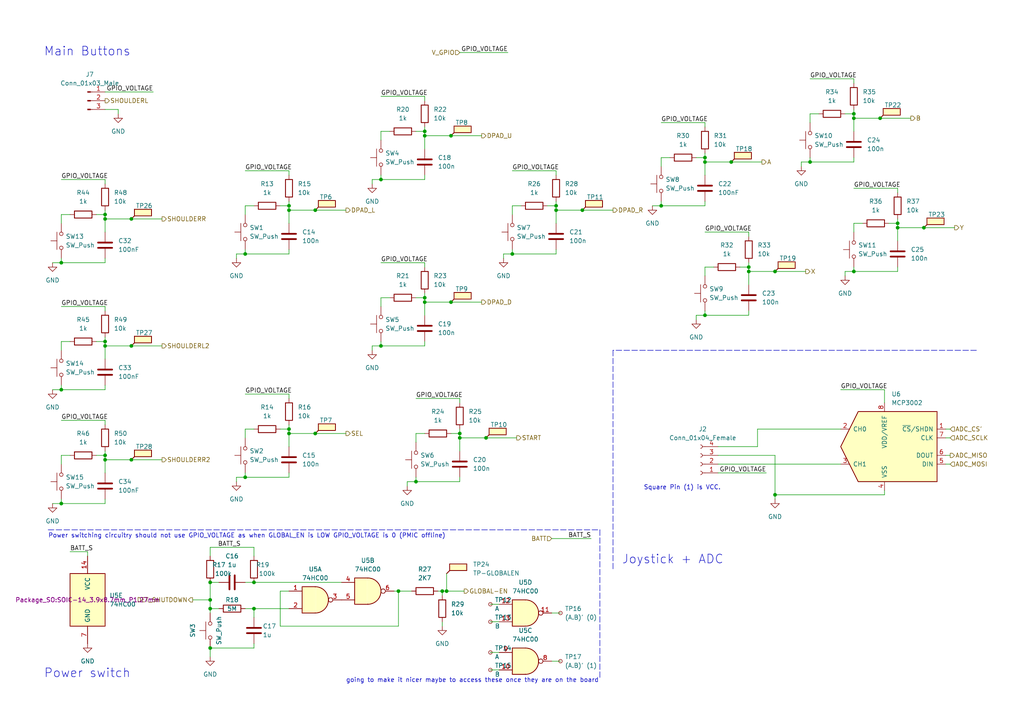
<source format=kicad_sch>
(kicad_sch (version 20211123) (generator eeschema)
  (paper "A4")
  (title_block (date "2022-04-23") (rev "Rev1-Pre") (comment 1 "https://github.com/cinnamondev/gamepithing"))
  (lib_symbols
    (symbol "74xx:74HC00" (pin_names (offset 1.016))
      (property "Reference" "U" (at 0 1.27 0))
      (property "Value" "74HC00" (at 0 -1.27 0))
      (symbol "74HC00_1_1"
        (pin input line (at -7.62 2.54 0) (length 3.81) (name "~") (number "1"))
        (pin input line (at -7.62 -2.54 0) (length 3.81) (name "~") (number "2"))
        (pin output inverted (at 7.62 0 180) (length 3.81) (name "~") (number "3"))
      )
      (symbol "74HC00_1_2"
        (pin input inverted (at -7.62 2.54 0) (length 4.318) (name "~") (number "1"))
        (pin input inverted (at -7.62 -2.54 0) (length 4.318) (name "~") (number "2"))
        (pin output line (at 7.62 0 180) (length 3.81) (name "~") (number "3"))
      )
      (symbol "74HC00_2_1"
        (pin input line (at -7.62 2.54 0) (length 3.81) (name "~") (number "4"))
        (pin input line (at -7.62 -2.54 0) (length 3.81) (name "~") (number "5"))
        (pin output inverted (at 7.62 0 180) (length 3.81) (name "~") (number "6"))
      )
      (symbol "74HC00_2_2"
        (pin input inverted (at -7.62 2.54 0) (length 4.318) (name "~") (number "4"))
        (pin input inverted (at -7.62 -2.54 0) (length 4.318) (name "~") (number "5"))
        (pin output line (at 7.62 0 180) (length 3.81) (name "~") (number "6"))
      )
      (symbol "74HC00_3_1"
        (pin input line (at -7.62 -2.54 0) (length 3.81) (name "~") (number "10"))
        (pin output inverted (at 7.62 0 180) (length 3.81) (name "~") (number "8"))
        (pin input line (at -7.62 2.54 0) (length 3.81) (name "~") (number "9"))
      )
      (symbol "74HC00_3_2"
        (pin input inverted (at -7.62 -2.54 0) (length 4.318) (name "~") (number "10"))
        (pin output line (at 7.62 0 180) (length 3.81) (name "~") (number "8"))
        (pin input inverted (at -7.62 2.54 0) (length 4.318) (name "~") (number "9"))
      )
      (symbol "74HC00_4_1"
        (pin output inverted (at 7.62 0 180) (length 3.81) (name "~") (number "11"))
        (pin input line (at -7.62 2.54 0) (length 3.81) (name "~") (number "12"))
        (pin input line (at -7.62 -2.54 0) (length 3.81) (name "~") (number "13"))
      )
      (symbol "74HC00_4_2"
        (pin output line (at 7.62 0 180) (length 3.81) (name "~") (number "11"))
        (pin input inverted (at -7.62 2.54 0) (length 4.318) (name "~") (number "12"))
        (pin input inverted (at -7.62 -2.54 0) (length 4.318) (name "~") (number "13"))
      )
      (symbol "74HC00_5_0"
        (pin power_in line (at 0 12.7 270) (length 5.08) (name "VCC") (number "14"))
        (pin power_in line (at 0 -12.7 90) (length 5.08) (name "GND") (number "7"))
      )
    )
    (symbol "Analog_ADC:MCP3002" (pin_names (offset 1.016))
      (property "Reference" "U" (at -6.35 11.43 0))
      (property "Value" "MCP3002" (at 11.43 11.43 0))
      (symbol "MCP3002_1_1"
        (pin input line (at 17.78 5.08 180) (length 2.54) (name "~{CS}/SHDN") (number "1"))
        (pin passive line (at -12.7 5.08 0) (length 2.54) (name "CH0") (number "2"))
        (pin passive line (at -12.7 -5.08 0) (length 2.54) (name "CH1") (number "3"))
        (pin power_in line (at 0 -12.7 90) (length 2.54) (name "VSS") (number "4"))
        (pin input line (at 17.78 -5.08 180) (length 2.54) (name "DIN") (number "5"))
        (pin output line (at 17.78 -2.54 180) (length 2.54) (name "DOUT") (number "6"))
        (pin input line (at 17.78 2.54 180) (length 2.54) (name "CLK") (number "7"))
        (pin power_in line (at 0 12.7 270) (length 2.54) (name "VDD/VREF") (number "8"))
      )
    )
    (symbol "Connector:Conn_01x03_Male" (pin_names (offset 1.016) hide)
      (property "Reference" "J" (at 0 5.08 0))
      (property "Value" "Conn_01x03_Male" (at 0 -5.08 0))
      (symbol "Conn_01x03_Male_1_1"
        (pin passive line (at 5.08 2.54 180) (length 3.81) (name "Pin_1") (number "1"))
        (pin passive line (at 5.08 0 180) (length 3.81) (name "Pin_2") (number "2"))
        (pin passive line (at 5.08 -2.54 180) (length 3.81) (name "Pin_3") (number "3"))
      )
    )
    (symbol "Connector:Conn_01x04_Female" (pin_names (offset 1.016) hide)
      (property "Reference" "J" (at 0 5.08 0))
      (property "Value" "Conn_01x04_Female" (at 0 -7.62 0))
      (symbol "Conn_01x04_Female_1_1"
        (pin passive line (at -5.08 2.54 0) (length 3.81) (name "Pin_1") (number "1"))
        (pin passive line (at -5.08 0 0) (length 3.81) (name "Pin_2") (number "2"))
        (pin passive line (at -5.08 -2.54 0) (length 3.81) (name "Pin_3") (number "3"))
        (pin passive line (at -5.08 -5.08 0) (length 3.81) (name "Pin_4") (number "4"))
      )
    )
    (symbol "Connector:TestPoint_Flag" (pin_numbers hide) (pin_names (offset 0.762) hide)
      (property "Reference" "TP" (at 3.429 1.778 0))
      (property "Value" "TestPoint_Flag" (at 3.302 4.191 0))
      (symbol "TestPoint_Flag_1_1"
        (pin passive line (at 0 0 90) (length 0) (name "1") (number "1"))
      )
    )
    (symbol "Connector:TestPoint_Small" (pin_numbers hide) (pin_names (offset 0.762) hide)
      (property "Reference" "TP" (at 0 3.81 0))
      (property "Value" "TestPoint_Small" (at 0 2.032 0))
      (symbol "TestPoint_Small_1_1"
        (pin passive line (at 0 0 90) (length 0) (name "1") (number "1"))
      )
    )
    (symbol "Device:C" (pin_numbers hide) (pin_names (offset 0.254))
      (property "Reference" "C" (at 0.635 2.54 0))
      (property "Value" "C" (at 0.635 -2.54 0))
      (symbol "C_1_1"
        (pin passive line (at 0 3.81 270) (length 2.794) (name "~") (number "1"))
        (pin passive line (at 0 -3.81 90) (length 2.794) (name "~") (number "2"))
      )
    )
    (symbol "Device:R" (pin_numbers hide) (pin_names (offset 0))
      (property "Reference" "R" (at 2.032 0 90))
      (property "Value" "R" (at 0 0 90))
      (symbol "R_1_1"
        (pin passive line (at 0 3.81 270) (length 1.27) (name "~") (number "1"))
        (pin passive line (at 0 -3.81 90) (length 1.27) (name "~") (number "2"))
      )
    )
    (symbol "Switch:SW_Push" (pin_numbers hide) (pin_names (offset 1.016) hide)
      (property "Reference" "SW" (at 1.27 2.54 0))
      (property "Value" "SW_Push" (at 0 -1.524 0))
      (symbol "SW_Push_0_1"
        (pin passive line (at -5.08 0 0) (length 2.54) (name "1") (number "1"))
        (pin passive line (at 5.08 0 180) (length 2.54) (name "2") (number "2"))
      )
    )
    (symbol "power:GND" (power) (pin_names (offset 0))
      (property "Value" "GND" (at 0 -3.81 0))
      (symbol "GND_1_1"
        (pin power_in line (at 0 0 270) (length 0) hide (name "GND") (number "1"))
      )
    )
  )
  (junction (at 204.47 91.44))
  (junction (at 148.59 73.66))
  (junction (at 191.77 59.69))
  (junction (at 130.81 39.37))
  (junction (at 115.57 171.45))
  (junction (at 133.35 125.73))
  (junction (at 91.44 125.73))
  (junction (at 30.48 133.35))
  (junction (at 83.82 124.46))
  (junction (at 123.19 39.37))
  (junction (at 204.47 45.72))
  (junction (at 30.48 100.33))
  (junction (at 17.78 76.2))
  (junction (at 123.19 87.63))
  (junction (at 120.65 139.7))
  (junction (at 71.12 138.43))
  (junction (at 247.65 33.02))
  (junction (at 168.91 60.96))
  (junction (at 71.12 73.66))
  (junction (at 161.29 59.69))
  (junction (at 247.65 34.29))
  (junction (at 212.09 46.99))
  (junction (at 217.17 77.47))
  (junction (at 247.65 78.74))
  (junction (at 110.49 100.33))
  (junction (at 17.78 113.03))
  (junction (at 17.78 146.05))
  (junction (at 267.97 66.04))
  (junction (at 255.27 34.29))
  (junction (at 224.79 78.74))
  (junction (at 161.29 60.96))
  (junction (at 30.48 132.08))
  (junction (at 38.1 100.33))
  (junction (at 204.47 46.99))
  (junction (at 30.48 62.23))
  (junction (at 38.1 133.35))
  (junction (at 110.49 52.07))
  (junction (at 123.19 86.36))
  (junction (at 234.95 46.99))
  (junction (at 60.96 168.91))
  (junction (at 140.97 127))
  (junction (at 83.82 125.73))
  (junction (at 60.96 187.96))
  (junction (at 133.35 127))
  (junction (at 128.27 171.45))
  (junction (at 260.35 66.04))
  (junction (at 30.48 99.06))
  (junction (at 260.35 64.77))
  (junction (at 38.1 63.5))
  (junction (at 130.81 87.63))
  (junction (at 83.82 59.69))
  (junction (at 73.66 176.53))
  (junction (at 73.66 168.91))
  (junction (at 60.96 176.53))
  (junction (at 30.48 63.5))
  (junction (at 83.82 60.96))
  (junction (at 224.79 143.51))
  (junction (at 91.44 60.96))
  (junction (at 123.19 38.1))
  (junction (at 129.54 171.45))
  (junction (at 60.96 173.99))
  (junction (at 217.17 78.74))
  (wire (pts (xy 118.11 139.7) (xy 118.11 140.97)))
  (wire (pts (xy 110.49 27.94) (xy 123.19 27.94)))
  (wire (pts (xy 260.35 54.61) (xy 260.35 55.88)))
  (wire (pts (xy 71.12 124.46) (xy 73.66 124.46)))
  (wire (pts (xy 68.58 73.66) (xy 71.12 73.66)))
  (wire (pts (xy 161.29 60.96) (xy 168.91 60.96)))
  (wire (pts (xy 204.47 46.99) (xy 204.47 50.8)))
  (wire (pts (xy 110.49 50.8) (xy 110.49 52.07)))
  (wire (pts (xy 120.65 86.36) (xy 123.19 86.36)))
  (wire (pts (xy 110.49 40.64) (xy 110.49 38.1)))
  (wire (pts (xy 245.11 78.74) (xy 245.11 80.01)))
  (wire (pts (xy 133.35 115.57) (xy 133.35 116.84)))
  (wire (pts (xy 247.65 64.77) (xy 250.19 64.77)))
  (wire (pts (xy 71.12 168.91) (xy 73.66 168.91)))
  (wire (pts (xy 128.27 171.45) (xy 128.27 172.72)))
  (wire (pts (xy 201.93 45.72) (xy 204.47 45.72)))
  (wire (pts (xy 120.65 139.7) (xy 133.35 139.7)))
  (wire (pts (xy 161.29 49.53) (xy 161.29 50.8)))
  (wire (pts (xy 208.28 137.16) (xy 222.25 137.16)))
  (wire (pts (xy 120.65 128.27) (xy 120.65 125.73)))
  (wire (pts (xy 123.19 86.36) (xy 123.19 87.63)))
  (wire (pts (xy 247.65 78.74) (xy 260.35 78.74)))
  (wire (pts (xy 217.17 90.17) (xy 217.17 91.44)))
  (wire (pts (xy 247.65 34.29) (xy 247.65 38.1)))
  (wire (pts (xy 128.27 171.45) (xy 129.54 171.45)))
  (wire (pts (xy 123.19 38.1) (xy 123.19 36.83)))
  (wire (pts (xy 133.35 15.24) (xy 147.32 15.24)))
  (wire (pts (xy 20.32 160.02) (xy 25.4 160.02)))
  (wire (pts (xy 217.17 78.74) (xy 217.17 82.55)))
  (wire (pts (xy 208.28 134.62) (xy 243.84 134.62)))
  (wire (pts (xy 191.77 35.56) (xy 204.47 35.56)))
  (wire (pts (xy 60.96 168.91) (xy 63.5 168.91)))
  (wire (pts (xy 30.48 100.33) (xy 30.48 104.14)))
  (wire (pts (xy 274.32 132.08) (xy 275.59 132.08)))
  (wire (pts (xy 71.12 176.53) (xy 73.66 176.53)))
  (wire (pts (xy 71.12 72.39) (xy 71.12 73.66)))
  (polyline (pts (xy 173.99 153.67) (xy 173.99 196.85)))
  (wire (pts (xy 107.95 100.33) (xy 107.95 101.6)))
  (wire (pts (xy 83.82 72.39) (xy 83.82 73.66)))
  (wire (pts (xy 247.65 33.02) (xy 247.65 34.29)))
  (wire (pts (xy 30.48 62.23) (xy 30.48 60.96)))
  (wire (pts (xy 201.93 91.44) (xy 204.47 91.44)))
  (wire (pts (xy 73.66 158.75) (xy 73.66 161.29)))
  (wire (pts (xy 160.02 177.8) (xy 162.56 177.8)))
  (wire (pts (xy 60.96 158.75) (xy 73.66 158.75)))
  (wire (pts (xy 256.54 142.24) (xy 256.54 143.51)))
  (wire (pts (xy 123.19 87.63) (xy 123.19 91.44)))
  (wire (pts (xy 160.02 156.21) (xy 171.45 156.21)))
  (wire (pts (xy 83.82 125.73) (xy 83.82 129.54)))
  (wire (pts (xy 257.81 64.77) (xy 260.35 64.77)))
  (wire (pts (xy 17.78 99.06) (xy 20.32 99.06)))
  (wire (pts (xy 60.96 187.96) (xy 73.66 187.96)))
  (wire (pts (xy 71.12 127) (xy 71.12 124.46)))
  (wire (pts (xy 247.65 33.02) (xy 247.65 31.75)))
  (wire (pts (xy 158.75 59.69) (xy 161.29 59.69)))
  (wire (pts (xy 247.65 45.72) (xy 247.65 46.99)))
  (wire (pts (xy 274.32 134.62) (xy 275.59 134.62)))
  (wire (pts (xy 71.12 137.16) (xy 71.12 138.43)))
  (wire (pts (xy 120.65 125.73) (xy 123.19 125.73)))
  (wire (pts (xy 81.28 181.61) (xy 81.28 171.45)))
  (wire (pts (xy 110.49 100.33) (xy 123.19 100.33)))
  (wire (pts (xy 191.77 58.42) (xy 191.77 59.69)))
  (wire (pts (xy 17.78 62.23) (xy 20.32 62.23)))
  (wire (pts (xy 128.27 180.34) (xy 128.27 181.61)))
  (wire (pts (xy 214.63 77.47) (xy 217.17 77.47)))
  (wire (pts (xy 73.66 187.96) (xy 73.66 186.69)))
  (wire (pts (xy 68.58 138.43) (xy 71.12 138.43)))
  (wire (pts (xy 133.35 125.73) (xy 133.35 127)))
  (wire (pts (xy 114.3 171.45) (xy 115.57 171.45)))
  (wire (pts (xy 73.66 168.91) (xy 99.06 168.91)))
  (wire (pts (xy 83.82 60.96) (xy 91.44 60.96)))
  (wire (pts (xy 243.84 113.03) (xy 256.54 113.03)))
  (wire (pts (xy 30.48 121.92) (xy 30.48 123.19)))
  (wire (pts (xy 274.32 124.46) (xy 275.59 124.46)))
  (wire (pts (xy 68.58 73.66) (xy 68.58 74.93)))
  (wire (pts (xy 189.23 59.69) (xy 191.77 59.69)))
  (wire (pts (xy 161.29 72.39) (xy 161.29 73.66)))
  (wire (pts (xy 83.82 49.53) (xy 83.82 50.8)))
  (wire (pts (xy 217.17 78.74) (xy 224.79 78.74)))
  (wire (pts (xy 245.11 78.74) (xy 247.65 78.74)))
  (wire (pts (xy 217.17 77.47) (xy 217.17 78.74)))
  (wire (pts (xy 267.97 66.04) (xy 276.86 66.04)))
  (wire (pts (xy 110.49 88.9) (xy 110.49 86.36)))
  (wire (pts (xy 81.28 171.45) (xy 83.82 171.45)))
  (wire (pts (xy 60.96 176.53) (xy 60.96 177.8)))
  (wire (pts (xy 30.48 133.35) (xy 38.1 133.35)))
  (wire (pts (xy 161.29 60.96) (xy 161.29 64.77)))
  (wire (pts (xy 168.91 60.96) (xy 177.8 60.96)))
  (wire (pts (xy 110.49 52.07) (xy 123.19 52.07)))
  (wire (pts (xy 17.78 144.78) (xy 17.78 146.05)))
  (polyline (pts (xy 283.21 101.6) (xy 177.8 101.6)))
  (wire (pts (xy 234.95 46.99) (xy 247.65 46.99)))
  (wire (pts (xy 260.35 77.47) (xy 260.35 78.74)))
  (wire (pts (xy 123.19 39.37) (xy 123.19 43.18)))
  (wire (pts (xy 55.88 173.99) (xy 60.96 173.99)))
  (wire (pts (xy 71.12 59.69) (xy 73.66 59.69)))
  (wire (pts (xy 34.29 31.75) (xy 34.29 33.02)))
  (wire (pts (xy 38.1 100.33) (xy 46.99 100.33)))
  (wire (pts (xy 27.94 62.23) (xy 30.48 62.23)))
  (wire (pts (xy 60.96 187.96) (xy 60.96 190.5)))
  (wire (pts (xy 146.05 73.66) (xy 146.05 74.93)))
  (wire (pts (xy 234.95 22.86) (xy 247.65 22.86)))
  (wire (pts (xy 30.48 100.33) (xy 38.1 100.33)))
  (wire (pts (xy 140.97 127) (xy 149.86 127)))
  (wire (pts (xy 110.49 99.06) (xy 110.49 100.33)))
  (wire (pts (xy 247.65 67.31) (xy 247.65 64.77)))
  (wire (pts (xy 30.48 26.67) (xy 44.45 26.67)))
  (wire (pts (xy 142.24 175.26) (xy 144.78 175.26)))
  (wire (pts (xy 204.47 91.44) (xy 217.17 91.44)))
  (wire (pts (xy 204.47 67.31) (xy 217.17 67.31)))
  (wire (pts (xy 224.79 78.74) (xy 233.68 78.74)))
  (wire (pts (xy 224.79 143.51) (xy 224.79 132.08)))
  (wire (pts (xy 219.71 124.46) (xy 243.84 124.46)))
  (wire (pts (xy 204.47 35.56) (xy 204.47 36.83)))
  (wire (pts (xy 15.24 76.2) (xy 17.78 76.2)))
  (wire (pts (xy 204.47 58.42) (xy 204.47 59.69)))
  (wire (pts (xy 129.54 171.45) (xy 134.62 171.45)))
  (wire (pts (xy 30.48 52.07) (xy 30.48 53.34)))
  (wire (pts (xy 146.05 73.66) (xy 148.59 73.66)))
  (wire (pts (xy 217.17 67.31) (xy 217.17 68.58)))
  (wire (pts (xy 260.35 64.77) (xy 260.35 63.5)))
  (wire (pts (xy 133.35 127) (xy 133.35 130.81)))
  (wire (pts (xy 224.79 144.78) (xy 224.79 143.51)))
  (wire (pts (xy 123.19 99.06) (xy 123.19 100.33)))
  (wire (pts (xy 208.28 129.54) (xy 219.71 129.54)))
  (wire (pts (xy 30.48 88.9) (xy 30.48 90.17)))
  (wire (pts (xy 212.09 46.99) (xy 220.98 46.99)))
  (wire (pts (xy 232.41 46.99) (xy 232.41 48.26)))
  (wire (pts (xy 91.44 125.73) (xy 100.33 125.73)))
  (wire (pts (xy 123.19 86.36) (xy 123.19 85.09)))
  (wire (pts (xy 81.28 124.46) (xy 83.82 124.46)))
  (wire (pts (xy 60.96 176.53) (xy 63.5 176.53)))
  (wire (pts (xy 120.65 115.57) (xy 133.35 115.57)))
  (wire (pts (xy 17.78 74.93) (xy 17.78 76.2)))
  (wire (pts (xy 118.11 139.7) (xy 120.65 139.7)))
  (wire (pts (xy 260.35 64.77) (xy 260.35 66.04)))
  (wire (pts (xy 30.48 132.08) (xy 30.48 130.81)))
  (wire (pts (xy 110.49 86.36) (xy 113.03 86.36)))
  (wire (pts (xy 274.32 127) (xy 275.59 127)))
  (wire (pts (xy 204.47 80.01) (xy 204.47 77.47)))
  (wire (pts (xy 204.47 46.99) (xy 212.09 46.99)))
  (wire (pts (xy 148.59 59.69) (xy 151.13 59.69)))
  (wire (pts (xy 142.24 180.34) (xy 144.78 180.34)))
  (wire (pts (xy 201.93 91.44) (xy 201.93 92.71)))
  (wire (pts (xy 91.44 60.96) (xy 100.33 60.96)))
  (wire (pts (xy 27.94 132.08) (xy 30.48 132.08)))
  (wire (pts (xy 133.35 138.43) (xy 133.35 139.7)))
  (wire (pts (xy 83.82 60.96) (xy 83.82 64.77)))
  (wire (pts (xy 217.17 77.47) (xy 217.17 76.2)))
  (wire (pts (xy 161.29 59.69) (xy 161.29 60.96)))
  (wire (pts (xy 81.28 181.61) (xy 115.57 181.61)))
  (wire (pts (xy 260.35 66.04) (xy 260.35 69.85)))
  (wire (pts (xy 204.47 90.17) (xy 204.47 91.44)))
  (wire (pts (xy 17.78 64.77) (xy 17.78 62.23)))
  (wire (pts (xy 130.81 125.73) (xy 133.35 125.73)))
  (wire (pts (xy 38.1 133.35) (xy 46.99 133.35)))
  (wire (pts (xy 107.95 52.07) (xy 107.95 53.34)))
  (wire (pts (xy 160.02 191.77) (xy 162.56 191.77)))
  (wire (pts (xy 219.71 129.54) (xy 219.71 124.46)))
  (wire (pts (xy 120.65 138.43) (xy 120.65 139.7)))
  (wire (pts (xy 120.65 38.1) (xy 123.19 38.1)))
  (wire (pts (xy 224.79 143.51) (xy 256.54 143.51)))
  (wire (pts (xy 17.78 113.03) (xy 30.48 113.03)))
  (wire (pts (xy 260.35 66.04) (xy 267.97 66.04)))
  (wire (pts (xy 30.48 99.06) (xy 30.48 100.33)))
  (wire (pts (xy 83.82 59.69) (xy 83.82 60.96)))
  (polyline (pts (xy 13.97 153.67) (xy 173.99 153.67)))
  (wire (pts (xy 191.77 45.72) (xy 194.31 45.72)))
  (wire (pts (xy 68.58 138.43) (xy 68.58 139.7)))
  (wire (pts (xy 71.12 62.23) (xy 71.12 59.69)))
  (wire (pts (xy 83.82 124.46) (xy 83.82 123.19)))
  (wire (pts (xy 81.28 59.69) (xy 83.82 59.69)))
  (wire (pts (xy 15.24 146.05) (xy 17.78 146.05)))
  (wire (pts (xy 15.24 113.03) (xy 17.78 113.03)))
  (wire (pts (xy 83.82 124.46) (xy 83.82 125.73)))
  (wire (pts (xy 30.48 63.5) (xy 30.48 67.31)))
  (wire (pts (xy 234.95 45.72) (xy 234.95 46.99)))
  (wire (pts (xy 17.78 121.92) (xy 30.48 121.92)))
  (wire (pts (xy 30.48 62.23) (xy 30.48 63.5)))
  (wire (pts (xy 30.48 99.06) (xy 30.48 97.79)))
  (wire (pts (xy 115.57 171.45) (xy 119.38 171.45)))
  (wire (pts (xy 255.27 34.29) (xy 264.16 34.29)))
  (wire (pts (xy 71.12 73.66) (xy 83.82 73.66)))
  (wire (pts (xy 107.95 100.33) (xy 110.49 100.33)))
  (wire (pts (xy 71.12 49.53) (xy 83.82 49.53)))
  (wire (pts (xy 191.77 48.26) (xy 191.77 45.72)))
  (wire (pts (xy 110.49 76.2) (xy 123.19 76.2)))
  (wire (pts (xy 30.48 144.78) (xy 30.48 146.05)))
  (wire (pts (xy 38.1 63.5) (xy 46.99 63.5)))
  (wire (pts (xy 234.95 33.02) (xy 237.49 33.02)))
  (wire (pts (xy 208.28 132.08) (xy 224.79 132.08)))
  (wire (pts (xy 25.4 160.02) (xy 25.4 161.29)))
  (wire (pts (xy 30.48 133.35) (xy 30.48 137.16)))
  (wire (pts (xy 17.78 146.05) (xy 30.48 146.05)))
  (wire (pts (xy 256.54 113.03) (xy 256.54 116.84)))
  (wire (pts (xy 247.65 77.47) (xy 247.65 78.74)))
  (wire (pts (xy 161.29 59.69) (xy 161.29 58.42)))
  (wire (pts (xy 73.66 176.53) (xy 83.82 176.53)))
  (wire (pts (xy 17.78 52.07) (xy 30.48 52.07)))
  (wire (pts (xy 110.49 38.1) (xy 113.03 38.1)))
  (wire (pts (xy 130.81 39.37) (xy 139.7 39.37)))
  (wire (pts (xy 247.65 22.86) (xy 247.65 24.13)))
  (wire (pts (xy 148.59 62.23) (xy 148.59 59.69)))
  (wire (pts (xy 83.82 114.3) (xy 83.82 115.57)))
  (wire (pts (xy 17.78 134.62) (xy 17.78 132.08)))
  (wire (pts (xy 123.19 39.37) (xy 130.81 39.37)))
  (wire (pts (xy 123.19 76.2) (xy 123.19 77.47)))
  (wire (pts (xy 204.47 77.47) (xy 207.01 77.47)))
  (wire (pts (xy 142.24 194.31) (xy 144.78 194.31)))
  (wire (pts (xy 234.95 35.56) (xy 234.95 33.02)))
  (wire (pts (xy 83.82 59.69) (xy 83.82 58.42)))
  (wire (pts (xy 148.59 72.39) (xy 148.59 73.66)))
  (wire (pts (xy 133.35 125.73) (xy 133.35 124.46)))
  (wire (pts (xy 148.59 49.53) (xy 161.29 49.53)))
  (wire (pts (xy 115.57 171.45) (xy 115.57 181.61)))
  (wire (pts (xy 17.78 76.2) (xy 30.48 76.2)))
  (wire (pts (xy 71.12 138.43) (xy 83.82 138.43)))
  (wire (pts (xy 30.48 111.76) (xy 30.48 113.03)))
  (wire (pts (xy 30.48 132.08) (xy 30.48 133.35)))
  (wire (pts (xy 123.19 38.1) (xy 123.19 39.37)))
  (wire (pts (xy 30.48 31.75) (xy 34.29 31.75)))
  (wire (pts (xy 17.78 111.76) (xy 17.78 113.03)))
  (wire (pts (xy 83.82 137.16) (xy 83.82 138.43)))
  (wire (pts (xy 123.19 50.8) (xy 123.19 52.07)))
  (wire (pts (xy 71.12 114.3) (xy 83.82 114.3)))
  (wire (pts (xy 247.65 54.61) (xy 260.35 54.61)))
  (wire (pts (xy 60.96 173.99) (xy 60.96 176.53)))
  (wire (pts (xy 17.78 88.9) (xy 30.48 88.9)))
  (wire (pts (xy 123.19 27.94) (xy 123.19 29.21)))
  (wire (pts (xy 191.77 59.69) (xy 204.47 59.69)))
  (wire (pts (xy 129.54 166.37) (xy 129.54 171.45)))
  (wire (pts (xy 142.24 189.23) (xy 144.78 189.23)))
  (wire (pts (xy 107.95 52.07) (xy 110.49 52.07)))
  (wire (pts (xy 204.47 45.72) (xy 204.47 44.45)))
  (wire (pts (xy 148.59 73.66) (xy 161.29 73.66)))
  (wire (pts (xy 60.96 168.91) (xy 60.96 173.99)))
  (wire (pts (xy 133.35 127) (xy 140.97 127)))
  (wire (pts (xy 27.94 99.06) (xy 30.48 99.06)))
  (wire (pts (xy 60.96 161.29) (xy 60.96 158.75)))
  (wire (pts (xy 232.41 46.99) (xy 234.95 46.99)))
  (wire (pts (xy 30.48 74.93) (xy 30.48 76.2)))
  (wire (pts (xy 127 171.45) (xy 128.27 171.45)))
  (wire (pts (xy 73.66 176.53) (xy 73.66 179.07)))
  (wire (pts (xy 247.65 34.29) (xy 255.27 34.29)))
  (wire (pts (xy 123.19 87.63) (xy 130.81 87.63)))
  (wire (pts (xy 83.82 125.73) (xy 91.44 125.73)))
  (wire (pts (xy 130.81 87.63) (xy 139.7 87.63)))
  (wire (pts (xy 245.11 33.02) (xy 247.65 33.02)))
  (wire (pts (xy 204.47 45.72) (xy 204.47 46.99)))
  (wire (pts (xy 30.48 63.5) (xy 38.1 63.5)))
  (wire (pts (xy 17.78 101.6) (xy 17.78 99.06)))
  (polyline (pts (xy 177.8 101.6) (xy 177.8 165.1)))
  (wire (pts (xy 17.78 132.08) (xy 20.32 132.08)))
  (text "Joystick + ADC" (at 180.34 163.83 0) (effects (font (size 2.54 2.54)) (justify left bottom)))
  (text "going to make it nicer maybe to access these once they are on the board" (at 100.33 198.12 0) (effects (font (size 1.27 1.27)) (justify left bottom)))
  (text "Power switching circuitry should not use GPIO_VOLTAGE as when GLOBAL_EN is LOW GPIO_VOLTAGE is 0 (PMIC offline)" (at 13.97 156.21 0) (effects (font (size 1.27 1.27)) (justify left bottom)))
  (text "Square Pin (1) is VCC.\n" (at 186.69 142.24 0) (effects (font (size 1.27 1.27)) (justify left bottom)))
  (text "Main Buttons" (at 12.7 16.51 0) (effects (font (size 2.54 2.54)) (justify left bottom)))
  (text "Power switch" (at 12.7 196.85 0) (effects (font (size 2.54 2.54)) (justify left bottom)))
  (label "BATT_S" (at 171.45 156.21 180))
  (label "GPIO_VOLTAGE" (at 17.78 121.92 0))
  (label "GPIO_VOLTAGE" (at 71.12 114.3 0))
  (label "GPIO_VOLTAGE" (at 191.77 35.56 0))
  (label "GPIO_VOLTAGE" (at 110.49 76.2 0))
  (label "GPIO_VOLTAGE" (at 147.32 15.24 180))
  (label "GPIO_VOLTAGE" (at 204.47 67.31 0))
  (label "GPIO_VOLTAGE" (at 247.65 54.61 0))
  (label "GPIO_VOLTAGE" (at 17.78 88.9 0))
  (label "GPIO_VOLTAGE" (at 120.65 115.57 0))
  (label "BATT_S" (at 20.32 160.02 0))
  (label "GPIO_VOLTAGE" (at 234.95 22.86 0))
  (label "GPIO_VOLTAGE" (at 243.84 113.03 0))
  (label "GPIO_VOLTAGE" (at 110.49 27.94 0))
  (label "GPIO_VOLTAGE" (at 17.78 52.07 0))
  (label "GPIO_VOLTAGE" (at 222.25 137.16 180))
  (label "GPIO_VOLTAGE" (at 44.45 26.67 180))
  (label "BATT_S" (at 69.85 158.75 180))
  (label "GPIO_VOLTAGE" (at 148.59 49.53 0))
  (label "GPIO_VOLTAGE" (at 71.12 49.53 0))
  (hierarchical_label "A" (shape output) (at 220.98 46.99 0))
  (hierarchical_label "B" (shape output) (at 264.16 34.29 0))
  (hierarchical_label "SHOULDERL" (shape output) (at 30.48 29.21 0))
  (hierarchical_label "Y" (shape output) (at 276.86 66.04 0))
  (hierarchical_label "V_GPIO" (shape input) (at 133.35 15.24 180))
  (hierarchical_label "SHOULDERR" (shape output) (at 46.99 63.5 0))
  (hierarchical_label "ADC_SCLK" (shape input) (at 275.59 127 0))
  (hierarchical_label "ADC_MISO" (shape output) (at 275.59 132.08 0))
  (hierarchical_label "ADC_CS'" (shape input) (at 275.59 124.46 0))
  (hierarchical_label "SHOULDERL2" (shape output) (at 46.99 100.33 0))
  (hierarchical_label "SEL" (shape output) (at 100.33 125.73 0))
  (hierarchical_label "SHOULDERR2" (shape output) (at 46.99 133.35 0))
  (hierarchical_label "ADC_MOSI" (shape input) (at 275.59 134.62 0))
  (hierarchical_label "DPAD_R" (shape output) (at 177.8 60.96 0))
  (hierarchical_label "DPAD_L" (shape output) (at 100.33 60.96 0))
  (hierarchical_label "DPAD_D" (shape output) (at 139.7 87.63 0))
  (hierarchical_label "DET_SHUTDOWN" (shape output) (at 55.88 173.99 180))
  (hierarchical_label "BATT" (shape input) (at 160.02 156.21 180))
  (hierarchical_label "X" (shape output) (at 233.68 78.74 0))
  (hierarchical_label "GLOBAL-EN" (shape output) (at 134.62 171.45 0))
  (hierarchical_label "START" (shape output) (at 149.86 127 0))
  (hierarchical_label "DPAD_U" (shape output) (at 139.7 39.37 0))
  (symbol (lib_id "Device:R") (at 198.12 45.72 90) (unit 1)
    (property "Reference" "R30" (at 198.12 39.37 90))
    (property "Value" "1k" (at 198.12 41.91 90))
    (property "Footprint" "Resistor_SMD:R_0805_2012Metric_Pad1.20x1.40mm_HandSolder" (effects hide))
  )
  (symbol (lib_id "Switch:SW_Push") (at 191.77 53.34 90) (unit 1)
    (property "Reference" "SW8" (at 193.04 52.0699 90) (effects (justify right)))
    (property "Value" "SW_Push" (at 193.04 54.6099 90) (effects (justify right)))
    (property "Footprint" "CM4IO:SW_PTS526_SMG15_SMTR2_LFS" (effects hide))
  )
  (symbol (lib_id "Device:R") (at 30.48 93.98 0) (unit 1)
    (property "Reference" "R49" (at 33.02 92.7099 0) (effects (justify left)))
    (property "Value" "10k" (at 33.02 95.2499 0) (effects (justify left)))
    (property "Footprint" "Resistor_SMD:R_0805_2012Metric_Pad1.20x1.40mm_HandSolder" (effects hide))
  )
  (symbol (lib_id "Switch:SW_Push") (at 204.47 85.09 90) (unit 1)
    (property "Reference" "SW9" (at 205.74 83.8199 90) (effects (justify right)))
    (property "Value" "SW_Push" (at 205.74 86.3599 90) (effects (justify right)))
    (property "Footprint" "CM4IO:SW_PTS526_SMG15_SMTR2_LFS" (effects hide))
  )
  (symbol (lib_id "Connector:Conn_01x03_Male") (at 25.4 29.21 0) (unit 1)
    (property "Reference" "J7" (at 26.035 21.59 0))
    (property "Value" "Conn_01x03_Male" (at 26.035 24.13 0))
    (property "Footprint" "Connector_Wire:SolderWire-0.5sqmm_1x03_P4.8mm_D0.9mm_OD2.3mm" (effects hide))
  )
  (symbol (lib_id "power:GND") (at 68.58 139.7 0) (unit 1)
    (property "Reference" "#PWR024" (effects hide))
    (property "Value" "GND" (at 68.58 144.78 0))
  )
  (symbol (lib_id "Device:R") (at 24.13 62.23 90) (unit 1)
    (property "Reference" "R44" (at 24.13 55.88 90))
    (property "Value" "1k" (at 24.13 58.42 90))
    (property "Footprint" "Resistor_SMD:R_0805_2012Metric_Pad1.20x1.40mm_HandSolder" (effects hide))
  )
  (symbol (lib_id "Device:R") (at 116.84 38.1 90) (unit 1)
    (property "Reference" "R20" (at 116.84 31.75 90))
    (property "Value" "1k" (at 116.84 34.29 90))
    (property "Footprint" "Resistor_SMD:R_0805_2012Metric_Pad1.20x1.40mm_HandSolder" (effects hide))
  )
  (symbol (lib_id "power:GND") (at 15.24 76.2 0) (unit 1)
    (property "Reference" "#PWR0104" (effects hide))
    (property "Value" "GND" (at 15.24 81.28 0))
  )
  (symbol (lib_id "Device:C") (at 204.47 54.61 0) (unit 1)
    (property "Reference" "C22" (at 208.28 53.3399 0) (effects (justify left)))
    (property "Value" "100nF" (at 208.28 55.8799 0) (effects (justify left)))
    (property "Footprint" "Capacitor_SMD:C_0805_2012Metric_Pad1.18x1.45mm_HandSolder" (effects hide))
  )
  (symbol (lib_id "Device:R") (at 260.35 59.69 0) (unit 1)
    (property "Reference" "R37" (at 262.89 58.4199 0) (effects (justify left)))
    (property "Value" "10k" (at 262.89 60.9599 0) (effects (justify left)))
    (property "Footprint" "Resistor_SMD:R_0805_2012Metric_Pad1.20x1.40mm_HandSolder" (effects hide))
  )
  (symbol (lib_id "Device:C") (at 30.48 71.12 0) (unit 1)
    (property "Reference" "C32" (at 34.29 69.8499 0) (effects (justify left)))
    (property "Value" "100nF" (at 34.29 72.3899 0) (effects (justify left)))
    (property "Footprint" "Capacitor_SMD:C_0805_2012Metric_Pad1.18x1.45mm_HandSolder" (effects hide))
  )
  (symbol (lib_id "power:GND") (at 232.41 48.26 0) (unit 1)
    (property "Reference" "#PWR034" (effects hide))
    (property "Value" "GND" (at 232.41 53.34 0))
  )
  (symbol (lib_id "Device:C") (at 67.31 168.91 90) (unit 1)
    (property "Reference" "C16" (at 67.31 161.29 90))
    (property "Value" "1u" (at 67.31 163.83 90))
    (property "Footprint" "Capacitor_SMD:C_0805_2012Metric_Pad1.18x1.45mm_HandSolder" (effects hide))
  )
  (symbol (lib_id "Connector:TestPoint_Flag") (at 129.54 166.37 0) (unit 1)
    (property "Reference" "TP24" (at 137.16 163.7029 0) (effects (justify left)))
    (property "Value" "TP-GLOBALEN" (at 137.16 166.2429 0) (effects (justify left)))
    (property "Footprint" "TestPoint:TestPoint_THTPad_1.0x1.0mm_Drill0.5mm" (effects hide))
  )
  (symbol (lib_id "Connector:TestPoint_Small") (at 142.24 189.23 0) (unit 1)
    (property "Reference" "TP14" (at 143.51 187.9599 0) (effects (justify left)))
    (property "Value" "A" (at 143.51 190.4999 0) (effects (justify left)))
    (property "Footprint" "TestPoint:TestPoint_THTPad_1.0x1.0mm_Drill0.5mm" (effects hide))
  )
  (symbol (lib_id "Device:R") (at 123.19 81.28 0) (unit 1)
    (property "Reference" "R23" (at 125.73 80.0099 0) (effects (justify left)))
    (property "Value" "10k" (at 125.73 82.5499 0) (effects (justify left)))
    (property "Footprint" "Resistor_SMD:R_0805_2012Metric_Pad1.20x1.40mm_HandSolder" (effects hide))
  )
  (symbol (lib_id "Switch:SW_Push") (at 110.49 45.72 90) (unit 1)
    (property "Reference" "SW4" (at 111.76 44.4499 90) (effects (justify right)))
    (property "Value" "SW_Push" (at 111.76 46.9899 90) (effects (justify right)))
    (property "Footprint" "CM4IO:SW_PTS526_SMG15_SMTR2_LFS" (effects hide))
  )
  (symbol (lib_id "Device:C") (at 217.17 86.36 0) (unit 1)
    (property "Reference" "C23" (at 220.98 85.0899 0) (effects (justify left)))
    (property "Value" "100n" (at 220.98 87.6299 0) (effects (justify left)))
    (property "Footprint" "Capacitor_SMD:C_0805_2012Metric_Pad1.18x1.45mm_HandSolder" (effects hide))
  )
  (symbol (lib_id "Device:R") (at 30.48 127 0) (unit 1)
    (property "Reference" "R50" (at 33.02 125.7299 0) (effects (justify left)))
    (property "Value" "10k" (at 33.02 128.2699 0) (effects (justify left)))
    (property "Footprint" "Resistor_SMD:R_0805_2012Metric_Pad1.20x1.40mm_HandSolder" (effects hide))
  )
  (symbol (lib_id "Connector:TestPoint_Small") (at 162.56 177.8 0) (unit 1)
    (property "Reference" "TP16" (at 163.83 176.5299 0) (effects (justify left)))
    (property "Value" "(A.B)' (0)" (at 163.83 179.0699 0) (effects (justify left)))
    (property "Footprint" "TestPoint:TestPoint_THTPad_1.0x1.0mm_Drill0.5mm" (effects hide))
  )
  (symbol (lib_id "Device:C") (at 30.48 140.97 0) (unit 1)
    (property "Reference" "C34" (at 34.29 139.6999 0) (effects (justify left)))
    (property "Value" "100nF" (at 34.29 142.2399 0) (effects (justify left)))
    (property "Footprint" "Capacitor_SMD:C_0805_2012Metric_Pad1.18x1.45mm_HandSolder" (effects hide))
  )
  (symbol (lib_id "Device:R") (at 123.19 33.02 0) (unit 1)
    (property "Reference" "R22" (at 125.73 31.7499 0) (effects (justify left)))
    (property "Value" "10k" (at 125.73 34.2899 0) (effects (justify left)))
    (property "Footprint" "Resistor_SMD:R_0805_2012Metric_Pad1.20x1.40mm_HandSolder" (effects hide))
  )
  (symbol (lib_id "Connector:TestPoint_Flag") (at 91.44 125.73 0) (unit 1)
    (property "Reference" "TP7" (at 92.71 121.92 0) (effects (justify left)))
    (property "Value" "SEL" (effects hide))
    (property "Footprint" "TestPoint:TestPoint_THTPad_1.0x1.0mm_Drill0.5mm" (effects hide))
  )
  (symbol (lib_id "Device:C") (at 133.35 134.62 0) (unit 1)
    (property "Reference" "C20" (at 137.16 133.3499 0) (effects (justify left)))
    (property "Value" "100n" (at 137.16 135.8899 0) (effects (justify left)))
    (property "Footprint" "Capacitor_SMD:C_0805_2012Metric_Pad1.18x1.45mm_HandSolder" (effects hide))
  )
  (symbol (lib_id "Connector:TestPoint_Flag") (at 212.09 46.99 0) (unit 1)
    (property "Reference" "TP18" (at 213.36 43.18 0) (effects (justify left)))
    (property "Value" "A" (effects hide))
    (property "Footprint" "TestPoint:TestPoint_THTPad_1.0x1.0mm_Drill0.5mm" (effects hide))
  )
  (symbol (lib_id "Connector:TestPoint_Flag") (at 224.79 78.74 0) (unit 1)
    (property "Reference" "TP19" (at 226.06 74.93 0) (effects (justify left)))
    (property "Value" "X" (effects hide))
    (property "Footprint" "TestPoint:TestPoint_THTPad_1.0x1.0mm_Drill0.5mm" (effects hide))
  )
  (symbol (lib_id "Switch:SW_Push") (at 17.78 69.85 90) (unit 1)
    (property "Reference" "SW13" (at 19.05 68.5799 90) (effects (justify right)))
    (property "Value" "SW_Push" (at 19.05 71.1199 90) (effects (justify right)))
    (property "Footprint" "CM4IO:SW_PTS526_SMG15_SMTR2_LFS" (effects hide))
  )
  (symbol (lib_id "power:GND") (at 189.23 59.69 0) (unit 1)
    (property "Reference" "#PWR031" (effects hide))
    (property "Value" "GND" (at 189.23 64.77 0))
  )
  (symbol (lib_id "Connector:TestPoint_Flag") (at 140.97 127 0) (unit 1)
    (property "Reference" "TP10" (at 142.24 123.19 0) (effects (justify left)))
    (property "Value" "START" (effects hide))
    (property "Footprint" "TestPoint:TestPoint_THTPad_1.0x1.0mm_Drill0.5mm" (effects hide))
  )
  (symbol (lib_id "Device:R") (at 73.66 165.1 180) (unit 1)
    (property "Reference" "R19" (at 76.2 163.83 0))
    (property "Value" "100k" (at 77.47 166.37 0))
    (property "Footprint" "Resistor_SMD:R_0805_2012Metric_Pad1.20x1.40mm_HandSolder" (effects hide))
  )
  (symbol (lib_id "Switch:SW_Push") (at 71.12 132.08 90) (unit 1)
    (property "Reference" "SW2" (at 72.39 130.8099 90) (effects (justify right)))
    (property "Value" "SW_Push" (at 72.39 133.3499 90) (effects (justify right)))
    (property "Footprint" "CM4IO:SW_PTS526_SMG15_SMTR2_LFS" (effects hide))
  )
  (symbol (lib_id "Switch:SW_Push") (at 148.59 67.31 90) (unit 1)
    (property "Reference" "SW7" (at 149.86 66.0399 90) (effects (justify right)))
    (property "Value" "SW_Push" (at 149.86 68.5799 90) (effects (justify right)))
    (property "Footprint" "CM4IO:SW_PTS526_SMG15_SMTR2_LFS" (effects hide))
  )
  (symbol (lib_id "Switch:SW_Push") (at 71.12 67.31 90) (unit 1)
    (property "Reference" "SW1" (at 72.39 66.0399 90) (effects (justify right)))
    (property "Value" "SW_Push" (at 72.39 68.5799 90) (effects (justify right)))
    (property "Footprint" "CM4IO:SW_PTS526_SMG15_SMTR2_LFS" (effects hide))
  )
  (symbol (lib_id "Device:C") (at 83.82 68.58 0) (unit 1)
    (property "Reference" "C14" (at 87.63 67.3099 0) (effects (justify left)))
    (property "Value" "100n" (at 87.63 69.8499 0) (effects (justify left)))
    (property "Footprint" "Capacitor_SMD:C_0805_2012Metric_Pad1.18x1.45mm_HandSolder" (effects hide))
  )
  (symbol (lib_id "power:GND") (at 15.24 146.05 0) (unit 1)
    (property "Reference" "#PWR0101" (effects hide))
    (property "Value" "GND" (at 15.24 151.13 0))
  )
  (symbol (lib_id "74xx:74HC00") (at 25.4 173.99 0) (unit 5)
    (property "Reference" "U5" (at 31.75 172.7199 0) (effects (justify left)))
    (property "Value" "74HC00" (at 31.75 175.2599 0) (effects (justify left)))
    (property "Footprint" "Package_SO:SOIC-14_3.9x8.7mm_P1.27mm" (at 25.4 173.99 0))
    (property "Datasheet" "http://www.ti.com/lit/gpn/sn74hc00" (effects hide))
  )
  (symbol (lib_id "power:GND") (at 25.4 186.69 0) (unit 1)
    (property "Reference" "#PWR022" (effects hide))
    (property "Value" "GND" (at 25.4 191.77 0))
  )
  (symbol (lib_id "power:GND") (at 107.95 101.6 0) (unit 1)
    (property "Reference" "#PWR027" (effects hide))
    (property "Value" "GND" (at 107.95 106.68 0))
  )
  (symbol (lib_id "Switch:SW_Push") (at 60.96 182.88 90) (unit 1)
    (property "Reference" "SW3" (at 55.88 182.88 0))
    (property "Value" "SW_Push" (at 63.5 182.88 0))
    (property "Footprint" "CM4IO:SW_PTS526_SMG15_SMTR2_LFS" (effects hide))
  )
  (symbol (lib_id "Device:R") (at 204.47 40.64 0) (unit 1)
    (property "Reference" "R31" (at 207.01 39.3699 0) (effects (justify left)))
    (property "Value" "10k" (at 207.01 41.9099 0) (effects (justify left)))
    (property "Footprint" "Resistor_SMD:R_0805_2012Metric_Pad1.20x1.40mm_HandSolder" (effects hide))
  )
  (symbol (lib_id "Switch:SW_Push") (at 120.65 133.35 90) (unit 1)
    (property "Reference" "SW6" (at 121.92 132.0799 90) (effects (justify right)))
    (property "Value" "SW_Push" (at 121.92 134.6199 90) (effects (justify right)))
    (property "Footprint" "CM4IO:SW_PTS526_SMG15_SMTR2_LFS" (effects hide))
  )
  (symbol (lib_id "Device:C") (at 123.19 46.99 0) (unit 1)
    (property "Reference" "C18" (at 127 45.7199 0) (effects (justify left)))
    (property "Value" "100n" (at 127 48.2599 0) (effects (justify left)))
    (property "Footprint" "Capacitor_SMD:C_0805_2012Metric_Pad1.18x1.45mm_HandSolder" (effects hide))
  )
  (symbol (lib_id "Connector:TestPoint_Flag") (at 255.27 34.29 0) (unit 1)
    (property "Reference" "TP22" (at 256.54 30.48 0) (effects (justify left)))
    (property "Value" "B" (effects hide))
    (property "Footprint" "TestPoint:TestPoint_THTPad_1.0x1.0mm_Drill0.5mm" (effects hide))
  )
  (symbol (lib_id "Connector:TestPoint_Small") (at 142.24 180.34 0) (unit 1)
    (property "Reference" "TP13" (at 143.51 179.0699 0) (effects (justify left)))
    (property "Value" "B" (at 143.51 181.6099 0) (effects (justify left)))
    (property "Footprint" "TestPoint:TestPoint_THTPad_1.0x1.0mm_Drill0.5mm" (effects hide))
  )
  (symbol (lib_id "Device:R") (at 77.47 59.69 90) (unit 1)
    (property "Reference" "R13" (at 77.47 53.34 90))
    (property "Value" "1k" (at 77.47 55.88 90))
    (property "Footprint" "Resistor_SMD:R_0805_2012Metric_Pad1.20x1.40mm_HandSolder" (effects hide))
  )
  (symbol (lib_id "Connector:TestPoint_Small") (at 142.24 194.31 0) (unit 1)
    (property "Reference" "TP15" (at 143.51 193.0399 0) (effects (justify left)))
    (property "Value" "B" (at 143.51 195.5799 0) (effects (justify left)))
    (property "Footprint" "TestPoint:TestPoint_THTPad_1.0x1.0mm_Drill0.5mm" (effects hide))
  )
  (symbol (lib_id "Device:R") (at 24.13 99.06 90) (unit 1)
    (property "Reference" "R45" (at 24.13 92.71 90))
    (property "Value" "1k" (at 24.13 95.25 90))
    (property "Footprint" "Resistor_SMD:R_0805_2012Metric_Pad1.20x1.40mm_HandSolder" (effects hide))
  )
  (symbol (lib_id "Device:R") (at 30.48 57.15 0) (unit 1)
    (property "Reference" "R48" (at 33.02 55.8799 0) (effects (justify left)))
    (property "Value" "10k" (at 33.02 58.4199 0) (effects (justify left)))
    (property "Footprint" "Resistor_SMD:R_0805_2012Metric_Pad1.20x1.40mm_HandSolder" (effects hide))
  )
  (symbol (lib_id "Device:R") (at 128.27 176.53 0) (unit 1)
    (property "Reference" "R29" (at 130.81 175.2599 0) (effects (justify left)))
    (property "Value" "10k" (at 130.81 177.7999 0) (effects (justify left)))
    (property "Footprint" "Resistor_SMD:R_0805_2012Metric_Pad1.20x1.40mm_HandSolder" (effects hide))
  )
  (symbol (lib_id "Device:R") (at 247.65 27.94 0) (unit 1)
    (property "Reference" "R35" (at 250.19 26.6699 0) (effects (justify left)))
    (property "Value" "10k" (at 250.19 29.2099 0) (effects (justify left)))
    (property "Footprint" "Resistor_SMD:R_0805_2012Metric_Pad1.20x1.40mm_HandSolder" (effects hide))
  )
  (symbol (lib_id "Device:C") (at 83.82 133.35 0) (unit 1)
    (property "Reference" "C15" (at 87.63 132.0799 0) (effects (justify left)))
    (property "Value" "100n" (at 87.63 134.6199 0) (effects (justify left)))
    (property "Footprint" "Capacitor_SMD:C_0805_2012Metric_Pad1.18x1.45mm_HandSolder" (effects hide))
  )
  (symbol (lib_id "Device:C") (at 73.66 182.88 0) (unit 1)
    (property "Reference" "C17" (at 76.2 181.61 0) (effects (justify left)))
    (property "Value" "1u" (at 76.2 184.15 0) (effects (justify left)))
    (property "Footprint" "Capacitor_SMD:C_0805_2012Metric_Pad1.18x1.45mm_HandSolder" (effects hide))
  )
  (symbol (lib_id "Device:C") (at 260.35 73.66 0) (unit 1)
    (property "Reference" "C25" (at 264.16 72.3899 0) (effects (justify left)))
    (property "Value" "100n" (at 264.16 74.9299 0) (effects (justify left)))
    (property "Footprint" "Capacitor_SMD:C_0805_2012Metric_Pad1.18x1.45mm_HandSolder" (effects hide))
  )
  (symbol (lib_id "74xx:74HC00") (at 106.68 171.45 0) (unit 2)
    (property "Reference" "U5" (at 106.68 162.56 0))
    (property "Value" "74HC00" (at 106.68 165.1 0))
    (property "Footprint" "Package_SO:SOIC-14_3.9x8.7mm_P1.27mm" (effects hide))
    (property "Datasheet" "http://www.ti.com/lit/gpn/sn74hc00" (effects hide))
  )
  (symbol (lib_id "Switch:SW_Push") (at 247.65 72.39 90) (unit 1)
    (property "Reference" "SW11" (at 248.92 71.1199 90) (effects (justify right)))
    (property "Value" "SW_Push" (at 248.92 73.6599 90) (effects (justify right)))
    (property "Footprint" "CM4IO:SW_PTS526_SMG15_SMTR2_LFS" (effects hide))
  )
  (symbol (lib_id "Switch:SW_Push") (at 110.49 93.98 90) (unit 1)
    (property "Reference" "SW5" (at 111.76 92.7099 90) (effects (justify right)))
    (property "Value" "SW_Push" (at 111.76 95.2499 90) (effects (justify right)))
    (property "Footprint" "CM4IO:SW_PTS526_SMG15_SMTR2_LFS" (effects hide))
  )
  (symbol (lib_id "Switch:SW_Push") (at 17.78 139.7 90) (unit 1)
    (property "Reference" "SW15" (at 19.05 138.4299 90) (effects (justify right)))
    (property "Value" "SW_Push" (at 19.05 140.9699 90) (effects (justify right)))
    (property "Footprint" "CM4IO:SW_PTS526_SMG15_SMTR2_LFS" (effects hide))
  )
  (symbol (lib_id "Device:R") (at 77.47 124.46 90) (unit 1)
    (property "Reference" "R14" (at 77.47 118.11 90))
    (property "Value" "1k" (at 77.47 120.65 90))
    (property "Footprint" "Resistor_SMD:R_0805_2012Metric_Pad1.20x1.40mm_HandSolder" (effects hide))
  )
  (symbol (lib_id "Connector:TestPoint_Small") (at 162.56 191.77 0) (unit 1)
    (property "Reference" "TP17" (at 163.83 190.4999 0) (effects (justify left)))
    (property "Value" "(A.B)' (1)" (at 163.83 193.0399 0) (effects (justify left)))
    (property "Footprint" "TestPoint:TestPoint_THTPad_1.0x1.0mm_Drill0.5mm" (effects hide))
  )
  (symbol (lib_id "Analog_ADC:MCP3002") (at 256.54 129.54 0) (unit 1)
    (property "Reference" "U6" (at 258.5594 114.3 0) (effects (justify left)))
    (property "Value" "MCP3002" (at 258.5594 116.84 0) (effects (justify left)))
    (property "Footprint" "Package_SO:TSSOP-8_4.4x3mm_P0.65mm" (effects hide))
    (property "Datasheet" "http://ww1.microchip.com/downloads/en/DeviceDoc/21294E.pdf" (effects hide))
  )
  (symbol (lib_id "Connector:TestPoint_Flag") (at 38.1 100.33 0) (unit 1)
    (property "Reference" "TP27" (at 39.37 96.52 0) (effects (justify left)))
    (property "Value" "A" (effects hide))
    (property "Footprint" "TestPoint:TestPoint_THTPad_1.0x1.0mm_Drill0.5mm" (effects hide))
  )
  (symbol (lib_id "Device:R") (at 154.94 59.69 90) (unit 1)
    (property "Reference" "R26" (at 154.94 53.34 90))
    (property "Value" "1k" (at 154.94 55.88 90))
    (property "Footprint" "Resistor_SMD:R_0805_2012Metric_Pad1.20x1.40mm_HandSolder" (effects hide))
  )
  (symbol (lib_id "Device:R") (at 217.17 72.39 0) (unit 1)
    (property "Reference" "R33" (at 219.71 71.1199 0) (effects (justify left)))
    (property "Value" "10k" (at 219.71 73.6599 0) (effects (justify left)))
    (property "Footprint" "Resistor_SMD:R_0805_2012Metric_Pad1.20x1.40mm_HandSolder" (effects hide))
  )
  (symbol (lib_id "power:GND") (at 128.27 181.61 0) (unit 1)
    (property "Reference" "#PWR030" (effects hide))
    (property "Value" "GND" (at 128.27 186.69 0))
  )
  (symbol (lib_id "power:GND") (at 118.11 140.97 0) (unit 1)
    (property "Reference" "#PWR028" (effects hide))
    (property "Value" "GND" (at 118.11 146.05 0))
  )
  (symbol (lib_id "Device:R") (at 83.82 54.61 0) (unit 1)
    (property "Reference" "R15" (at 86.36 53.3399 0) (effects (justify left)))
    (property "Value" "10k" (at 86.36 55.8799 0) (effects (justify left)))
    (property "Footprint" "Resistor_SMD:R_0805_2012Metric_Pad1.20x1.40mm_HandSolder" (effects hide))
  )
  (symbol (lib_id "power:GND") (at 34.29 33.02 0) (unit 1)
    (property "Reference" "#PWR049" (effects hide))
    (property "Value" "GND" (at 34.29 38.1 0))
  )
  (symbol (lib_id "power:GND") (at 224.79 144.78 0) (unit 1)
    (property "Reference" "#PWR033" (effects hide))
    (property "Value" "GND" (at 224.79 149.86 0))
  )
  (symbol (lib_id "power:GND") (at 146.05 74.93 0) (unit 1)
    (property "Reference" "#PWR029" (effects hide))
    (property "Value" "GND" (at 146.05 80.01 0))
  )
  (symbol (lib_id "Connector:Conn_01x04_Female") (at 203.2 134.62 180) (unit 1)
    (property "Reference" "J2" (at 203.835 124.46 0))
    (property "Value" "Conn_01x04_Female" (at 203.835 127 0))
    (property "Footprint" "Connector_Wire:SolderWire-0.1sqmm_1x04_P3.6mm_D0.4mm_OD1mm" (effects hide))
  )
  (symbol (lib_id "Device:R") (at 241.3 33.02 90) (unit 1)
    (property "Reference" "R34" (at 241.3 26.67 90))
    (property "Value" "1k" (at 241.3 29.21 90))
    (property "Footprint" "Resistor_SMD:R_0805_2012Metric_Pad1.20x1.40mm_HandSolder" (effects hide))
  )
  (symbol (lib_id "74xx:74HC00") (at 152.4 191.77 0) (unit 3)
    (property "Reference" "U5" (at 152.4 182.88 0))
    (property "Value" "74HC00" (at 152.4 185.42 0))
    (property "Footprint" "Package_SO:SOIC-14_3.9x8.7mm_P1.27mm" (effects hide))
    (property "Datasheet" "http://www.ti.com/lit/gpn/sn74hc00" (effects hide))
  )
  (symbol (lib_id "Connector:TestPoint_Flag") (at 168.91 60.96 0) (unit 1)
    (property "Reference" "TP11" (at 170.18 57.15 0) (effects (justify left)))
    (property "Value" "R" (effects hide))
    (property "Footprint" "TestPoint:TestPoint_THTPad_1.0x1.0mm_Drill0.5mm" (effects hide))
  )
  (symbol (lib_id "Connector:TestPoint_Flag") (at 38.1 63.5 0) (unit 1)
    (property "Reference" "TP26" (at 39.37 59.69 0) (effects (justify left)))
    (property "Value" "A" (effects hide))
    (property "Footprint" "TestPoint:TestPoint_THTPad_1.0x1.0mm_Drill0.5mm" (effects hide))
  )
  (symbol (lib_id "Device:R") (at 254 64.77 90) (unit 1)
    (property "Reference" "R36" (at 254 58.42 90))
    (property "Value" "1k" (at 254 60.96 90))
    (property "Footprint" "Resistor_SMD:R_0805_2012Metric_Pad1.20x1.40mm_HandSolder" (effects hide))
  )
  (symbol (lib_id "Device:R") (at 24.13 132.08 90) (unit 1)
    (property "Reference" "R46" (at 24.13 125.73 90))
    (property "Value" "1k" (at 24.13 128.27 90))
    (property "Footprint" "Resistor_SMD:R_0805_2012Metric_Pad1.20x1.40mm_HandSolder" (effects hide))
  )
  (symbol (lib_id "Device:R") (at 161.29 54.61 0) (unit 1)
    (property "Reference" "R28" (at 163.83 53.3399 0) (effects (justify left)))
    (property "Value" "10k" (at 163.83 55.8799 0) (effects (justify left)))
    (property "Footprint" "Resistor_SMD:R_0805_2012Metric_Pad1.20x1.40mm_HandSolder" (effects hide))
  )
  (symbol (lib_id "Device:R") (at 67.31 176.53 90) (unit 1)
    (property "Reference" "R18" (at 67.31 173.99 90))
    (property "Value" "5M" (at 67.31 176.53 90))
    (property "Footprint" "Resistor_SMD:R_0805_2012Metric_Pad1.20x1.40mm_HandSolder" (effects hide))
  )
  (symbol (lib_id "Device:R") (at 83.82 119.38 0) (unit 1)
    (property "Reference" "R16" (at 86.36 118.1099 0) (effects (justify left)))
    (property "Value" "10k" (at 86.36 120.6499 0) (effects (justify left)))
    (property "Footprint" "Resistor_SMD:R_0805_2012Metric_Pad1.20x1.40mm_HandSolder" (effects hide))
  )
  (symbol (lib_id "Device:R") (at 116.84 86.36 90) (unit 1)
    (property "Reference" "R21" (at 116.84 80.01 90))
    (property "Value" "1k" (at 116.84 82.55 90))
    (property "Footprint" "Resistor_SMD:R_0805_2012Metric_Pad1.20x1.40mm_HandSolder" (effects hide))
  )
  (symbol (lib_id "Device:R") (at 133.35 120.65 0) (unit 1)
    (property "Reference" "R25" (at 135.89 119.3799 0) (effects (justify left)))
    (property "Value" "10k" (at 135.89 121.9199 0) (effects (justify left)))
    (property "Footprint" "Resistor_SMD:R_0805_2012Metric_Pad1.20x1.40mm_HandSolder" (effects hide))
  )
  (symbol (lib_id "Device:C") (at 30.48 107.95 0) (unit 1)
    (property "Reference" "C33" (at 34.29 106.6799 0) (effects (justify left)))
    (property "Value" "100nF" (at 34.29 109.2199 0) (effects (justify left)))
    (property "Footprint" "Capacitor_SMD:C_0805_2012Metric_Pad1.18x1.45mm_HandSolder" (effects hide))
  )
  (symbol (lib_id "power:GND") (at 60.96 190.5 0) (unit 1)
    (property "Reference" "#PWR025" (effects hide))
    (property "Value" "GND" (at 60.96 195.58 0))
  )
  (symbol (lib_id "Device:R") (at 60.96 165.1 180) (unit 1)
    (property "Reference" "R17" (at 63.5 163.83 0))
    (property "Value" "100k" (at 64.77 166.37 0))
    (property "Footprint" "Resistor_SMD:R_0805_2012Metric_Pad1.20x1.40mm_HandSolder" (effects hide))
  )
  (symbol (lib_id "Connector:TestPoint_Flag") (at 130.81 39.37 0) (unit 1)
    (property "Reference" "TP8" (at 132.08 35.56 0) (effects (justify left)))
    (property "Value" "U" (effects hide))
    (property "Footprint" "TestPoint:TestPoint_THTPad_1.0x1.0mm_Drill0.5mm" (effects hide))
  )
  (symbol (lib_id "Connector:TestPoint_Flag") (at 91.44 60.96 0) (unit 1)
    (property "Reference" "TP6" (at 92.71 57.15 0) (effects (justify left)))
    (property "Value" "L" (effects hide))
    (property "Footprint" "TestPoint:TestPoint_THTPad_1.0x1.0mm_Drill0.5mm" (effects hide))
  )
  (symbol (lib_id "power:GND") (at 15.24 113.03 0) (unit 1)
    (property "Reference" "#PWR0102" (effects hide))
    (property "Value" "GND" (at 15.24 118.11 0))
  )
  (symbol (lib_id "Switch:SW_Push") (at 234.95 40.64 90) (unit 1)
    (property "Reference" "SW10" (at 236.22 39.3699 90) (effects (justify right)))
    (property "Value" "SW_Push" (at 236.22 41.9099 90) (effects (justify right)))
    (property "Footprint" "CM4IO:SW_PTS526_SMG15_SMTR2_LFS" (effects hide))
  )
  (symbol (lib_id "Connector:TestPoint_Flag") (at 38.1 133.35 0) (unit 1)
    (property "Reference" "TP28" (at 39.37 129.54 0) (effects (justify left)))
    (property "Value" "A" (effects hide))
    (property "Footprint" "TestPoint:TestPoint_THTPad_1.0x1.0mm_Drill0.5mm" (effects hide))
  )
  (symbol (lib_id "power:GND") (at 245.11 80.01 0) (unit 1)
    (property "Reference" "#PWR035" (effects hide))
    (property "Value" "GND" (at 245.11 85.09 0))
  )
  (symbol (lib_id "power:GND") (at 107.95 53.34 0) (unit 1)
    (property "Reference" "#PWR026" (effects hide))
    (property "Value" "GND" (at 107.95 58.42 0))
  )
  (symbol (lib_id "Device:C") (at 161.29 68.58 0) (unit 1)
    (property "Reference" "C21" (at 165.1 67.3099 0) (effects (justify left)))
    (property "Value" "100n" (at 165.1 69.8499 0) (effects (justify left)))
    (property "Footprint" "Capacitor_SMD:C_0805_2012Metric_Pad1.18x1.45mm_HandSolder" (effects hide))
  )
  (symbol (lib_id "Device:R") (at 123.19 171.45 90) (unit 1)
    (property "Reference" "R27" (at 123.19 165.1 90))
    (property "Value" "2K7" (at 123.19 167.64 90))
    (property "Footprint" "Resistor_SMD:R_0805_2012Metric_Pad1.20x1.40mm_HandSolder" (effects hide))
  )
  (symbol (lib_id "Device:C") (at 247.65 41.91 0) (unit 1)
    (property "Reference" "C24" (at 251.46 40.6399 0) (effects (justify left)))
    (property "Value" "100n" (at 251.46 43.1799 0) (effects (justify left)))
    (property "Footprint" "Capacitor_SMD:C_0805_2012Metric_Pad1.18x1.45mm_HandSolder" (effects hide))
  )
  (symbol (lib_id "power:GND") (at 68.58 74.93 0) (unit 1)
    (property "Reference" "#PWR023" (effects hide))
    (property "Value" "GND" (at 68.58 80.01 0))
  )
  (symbol (lib_id "Connector:TestPoint_Flag") (at 267.97 66.04 0) (unit 1)
    (property "Reference" "TP23" (at 269.24 62.23 0) (effects (justify left)))
    (property "Value" "Y" (effects hide))
    (property "Footprint" "TestPoint:TestPoint_THTPad_1.0x1.0mm_Drill0.5mm" (effects hide))
  )
  (symbol (lib_id "Connector:TestPoint_Flag") (at 130.81 87.63 0) (unit 1)
    (property "Reference" "TP9" (at 132.08 83.82 0) (effects (justify left)))
    (property "Value" "D" (effects hide))
    (property "Footprint" "TestPoint:TestPoint_THTPad_1.0x1.0mm_Drill0.5mm" (effects hide))
  )
  (symbol (lib_id "74xx:74HC00") (at 152.4 177.8 0) (unit 4)
    (property "Reference" "U5" (at 152.4 168.91 0))
    (property "Value" "74HC00" (at 152.4 171.45 0))
    (property "Footprint" "Package_SO:SOIC-14_3.9x8.7mm_P1.27mm" (effects hide))
    (property "Datasheet" "http://www.ti.com/lit/gpn/sn74hc00" (effects hide))
  )
  (symbol (lib_id "Device:C") (at 123.19 95.25 0) (unit 1)
    (property "Reference" "C19" (at 127 93.9799 0) (effects (justify left)))
    (property "Value" "100n" (at 127 96.5199 0) (effects (justify left)))
    (property "Footprint" "Capacitor_SMD:C_0805_2012Metric_Pad1.18x1.45mm_HandSolder" (effects hide))
  )
  (symbol (lib_id "power:GND") (at 201.93 92.71 0) (unit 1)
    (property "Reference" "#PWR032" (effects hide))
    (property "Value" "GND" (at 201.93 97.79 0))
  )
  (symbol (lib_id "Device:R") (at 210.82 77.47 90) (unit 1)
    (property "Reference" "R32" (at 210.82 71.12 90))
    (property "Value" "1k" (at 210.82 73.66 90))
    (property "Footprint" "Resistor_SMD:R_0805_2012Metric_Pad1.20x1.40mm_HandSolder" (effects hide))
  )
  (symbol (lib_id "Connector:TestPoint_Small") (at 142.24 175.26 0) (unit 1)
    (property "Reference" "TP12" (at 143.51 173.9899 0) (effects (justify left)))
    (property "Value" "A" (at 143.51 176.5299 0) (effects (justify left)))
    (property "Footprint" "TestPoint:TestPoint_THTPad_1.0x1.0mm_Drill0.5mm" (effects hide))
  )
  (symbol (lib_id "Switch:SW_Push") (at 17.78 106.68 90) (unit 1)
    (property "Reference" "SW14" (at 19.05 105.4099 90) (effects (justify right)))
    (property "Value" "SW_Push" (at 19.05 107.9499 90) (effects (justify right)))
    (property "Footprint" "CM4IO:SW_PTS526_SMG15_SMTR2_LFS" (effects hide))
  )
  (symbol (lib_id "Device:R") (at 127 125.73 90) (unit 1)
    (property "Reference" "R24" (at 127 119.38 90))
    (property "Value" "1k" (at 127 121.92 90))
    (property "Footprint" "Resistor_SMD:R_0805_2012Metric_Pad1.20x1.40mm_HandSolder" (effects hide))
  )
  (symbol (lib_id "74xx:74HC00") (at 91.44 173.99 0) (unit 1)
    (property "Reference" "U5" (at 91.44 165.1 0))
    (property "Value" "74HC00" (at 91.44 167.64 0))
    (property "Footprint" "Package_SO:SOIC-14_3.9x8.7mm_P1.27mm" (effects hide))
    (property "Datasheet" "http://www.ti.com/lit/gpn/sn74hc00" (effects hide))
  )
)
</source>
